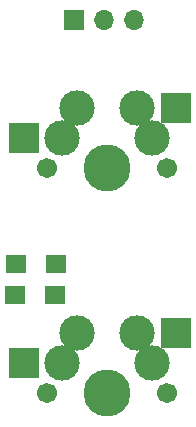
<source format=gbr>
%TF.GenerationSoftware,KiCad,Pcbnew,7.0.2*%
%TF.CreationDate,2023-04-26T23:17:44+02:00*%
%TF.ProjectId,phoenix-thumb,70686f65-6e69-4782-9d74-68756d622e6b,v1.0.0*%
%TF.SameCoordinates,Original*%
%TF.FileFunction,Soldermask,Bot*%
%TF.FilePolarity,Negative*%
%FSLAX46Y46*%
G04 Gerber Fmt 4.6, Leading zero omitted, Abs format (unit mm)*
G04 Created by KiCad (PCBNEW 7.0.2) date 2023-04-26 23:17:44*
%MOMM*%
%LPD*%
G01*
G04 APERTURE LIST*
%ADD10R,1.700000X1.700000*%
%ADD11O,1.700000X1.700000*%
%ADD12R,2.550000X2.500000*%
%ADD13C,1.701800*%
%ADD14C,3.000000*%
%ADD15C,3.987800*%
%ADD16R,1.800000X1.500000*%
G04 APERTURE END LIST*
D10*
%TO.C,REF\u002A\u002A*%
X137580000Y-129920000D03*
D11*
X140120000Y-129920000D03*
X142660000Y-129920000D03*
%TD*%
D12*
%TO.C,S7*%
X146252000Y-156440000D03*
X133325000Y-158980000D03*
D13*
X145490000Y-161520000D03*
D14*
X136600000Y-158980000D03*
X144220000Y-158980000D03*
X142950000Y-156440000D03*
X137870000Y-156440000D03*
D13*
X135330000Y-161520000D03*
D15*
X140410000Y-161520000D03*
%TD*%
%TO.C,S2*%
X140412000Y-142430000D03*
D14*
X137872000Y-137350000D03*
D13*
X145492000Y-142430000D03*
X135332000Y-142430000D03*
D14*
X142952000Y-137350000D03*
X136602000Y-139890000D03*
X144222000Y-139890000D03*
D12*
X133327000Y-139890000D03*
X146254000Y-137350000D03*
%TD*%
D16*
%TO.C,D25*%
X132630000Y-153170000D03*
X136030000Y-153170000D03*
%TD*%
%TO.C,D25*%
X132704500Y-150555190D03*
X136104500Y-150555190D03*
%TD*%
M02*

</source>
